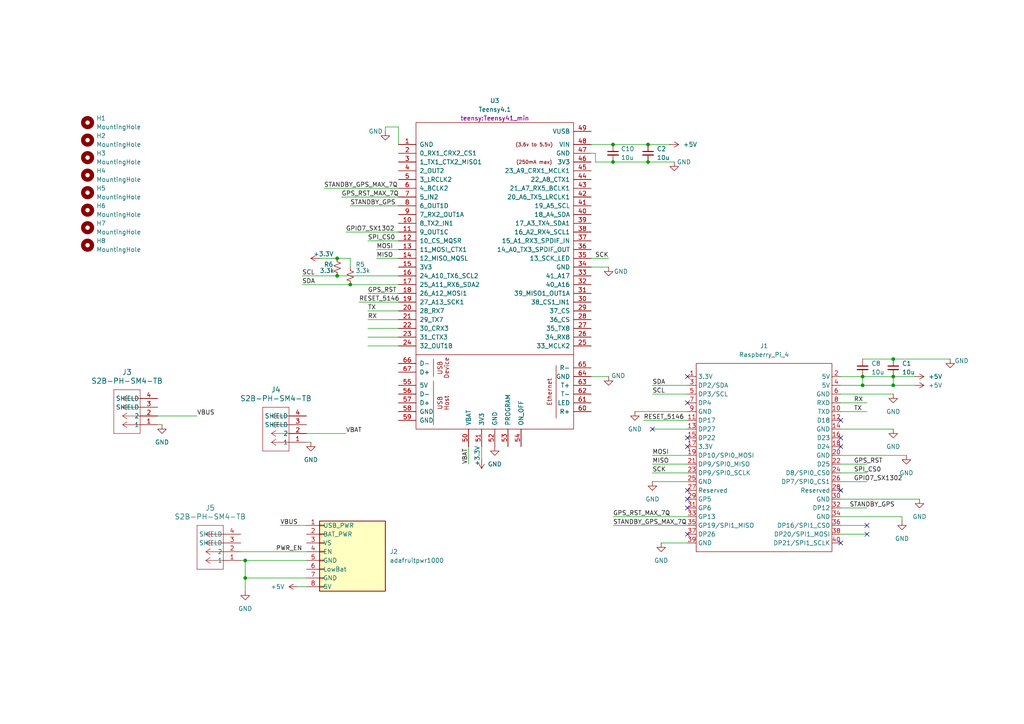
<source format=kicad_sch>
(kicad_sch (version 20250114) (generator "eeschema") (generator_version "9.0")
  (paper "A4")
  (lib_symbols
    (symbol "Device:C_Small" (pin_numbers (hide yes)) (pin_names (offset 0.254) (hide yes))
      (property "Reference" "C" (at 0.254 1.778 0))
      (property "Value" "C_Small" (at 0.254 -2.032 0))
      (symbol "C_Small_0_1"
        (polyline (pts (xy -1.524 0.508) (xy 1.524 0.508)) (stroke (width 0.3048)))
        (polyline (pts (xy -1.524 -0.508) (xy 1.524 -0.508)) (stroke (width 0.3302)))
      )
      (symbol "C_Small_1_1"
        (pin passive line (at 0 2.54 270) (length 2.032) (name "~") (number "1"))
        (pin passive line (at 0 -2.54 90) (length 2.032) (name "~") (number "2"))
      )
    )
    (symbol "Device:R_Small_US" (pin_numbers (hide yes)) (pin_names (offset 0.254) (hide yes))
      (property "Reference" "R" (at 0.762 0.508 0))
      (property "Value" "R_Small_US" (at 0.762 -1.016 0))
      (symbol "R_Small_US_1_1"
        (polyline (pts (xy 0 1.524) (xy 1.016 1.143) (xy 0 0.762) (xy -1.016 0.381) (xy 0 0)))
        (polyline (pts (xy 0 0) (xy 1.016 -0.381) (xy 0 -0.762) (xy -1.016 -1.143) (xy 0 -1.524)))
        (pin passive line (at 0 2.54 270) (length 1.016) (name "~") (number "1"))
        (pin passive line (at 0 -2.54 90) (length 1.016) (name "~") (number "2"))
      )
    )
    (symbol "JST PH 2pin:S2B-PH-SM4-TB" (pin_names (offset 0.254))
      (property "Reference" "J" (at 8.89 6.35 0))
      (property "Value" "S2B-PH-SM4-TB" (at 0 0 0))
      (symbol "S2B-PH-SM4-TB_1_1"
        (polyline (pts (xy 5.08 2.54) (xy 5.08 -10.16)) (stroke (width 0.127)))
        (polyline (pts (xy 5.08 -10.16) (xy 12.7 -10.16)) (stroke (width 0.127)))
        (polyline (pts (xy 10.16 0) (xy 5.08 0)) (stroke (width 0.127)))
        (polyline (pts (xy 10.16 0) (xy 8.89 0.8467)) (stroke (width 0.127)))
        (polyline (pts (xy 10.16 0) (xy 8.89 -0.8467)) (stroke (width 0.127)))
        (polyline (pts (xy 10.16 -2.54) (xy 5.08 -2.54)) (stroke (width 0.127)))
        (polyline (pts (xy 10.16 -2.54) (xy 8.89 -1.6933)) (stroke (width 0.127)))
        (polyline (pts (xy 10.16 -2.54) (xy 8.89 -3.3867)) (stroke (width 0.127)))
        (polyline (pts (xy 10.16 -5.08) (xy 5.08 -5.08)) (stroke (width 0.127)))
        (polyline (pts (xy 10.16 -5.08) (xy 8.89 -4.2333)) (stroke (width 0.127)))
        (polyline (pts (xy 10.16 -5.08) (xy 8.89 -5.9267)) (stroke (width 0.127)))
        (polyline (pts (xy 10.16 -7.62) (xy 5.08 -7.62)) (stroke (width 0.127)))
        (polyline (pts (xy 10.16 -7.62) (xy 8.89 -6.7733)) (stroke (width 0.127)))
        (polyline (pts (xy 10.16 -7.62) (xy 8.89 -8.4667)) (stroke (width 0.127)))
        (polyline (pts (xy 12.7 2.54) (xy 5.08 2.54)) (stroke (width 0.127)))
        (polyline (pts (xy 12.7 -10.16) (xy 12.7 2.54)) (stroke (width 0.127)))
        (pin unspecified line (at 0 0 0) (length 5.08) (name "1") (number "1"))
        (pin unspecified line (at 0 -2.54 0) (length 5.08) (name "2") (number "2"))
        (pin unspecified line (at 0 -5.08 0) (length 5.08) (name "SHIELD") (number "3"))
        (pin unspecified line (at 0 -7.62 0) (length 5.08) (name "SHIELD") (number "4"))
      )
      (symbol "S2B-PH-SM4-TB_1_2"
        (polyline (pts (xy 5.08 2.54) (xy 5.08 -10.16)) (stroke (width 0.127)))
        (polyline (pts (xy 5.08 -10.16) (xy 12.7 -10.16)) (stroke (width 0.127)))
        (polyline (pts (xy 7.62 0) (xy 5.08 0)) (stroke (width 0.127)))
        (polyline (pts (xy 7.62 0) (xy 8.89 0.8467)) (stroke (width 0.127)))
        (polyline (pts (xy 7.62 0) (xy 8.89 -0.8467)) (stroke (width 0.127)))
        (polyline (pts (xy 7.62 -2.54) (xy 5.08 -2.54)) (stroke (width 0.127)))
        (polyline (pts (xy 7.62 -2.54) (xy 8.89 -1.6933)) (stroke (width 0.127)))
        (polyline (pts (xy 7.62 -2.54) (xy 8.89 -3.3867)) (stroke (width 0.127)))
        (polyline (pts (xy 7.62 -5.08) (xy 5.08 -5.08)) (stroke (width 0.127)))
        (polyline (pts (xy 7.62 -5.08) (xy 8.89 -4.2333)) (stroke (width 0.127)))
        (polyline (pts (xy 7.62 -5.08) (xy 8.89 -5.9267)) (stroke (width 0.127)))
        (polyline (pts (xy 7.62 -7.62) (xy 5.08 -7.62)) (stroke (width 0.127)))
        (polyline (pts (xy 7.62 -7.62) (xy 8.89 -6.7733)) (stroke (width 0.127)))
        (polyline (pts (xy 7.62 -7.62) (xy 8.89 -8.4667)) (stroke (width 0.127)))
        (polyline (pts (xy 12.7 2.54) (xy 5.08 2.54)) (stroke (width 0.127)))
        (polyline (pts (xy 12.7 -10.16) (xy 12.7 2.54)) (stroke (width 0.127)))
        (pin unspecified line (at 0 0 0) (length 5.08) (name "1") (number "1"))
        (pin unspecified line (at 0 -2.54 0) (length 5.08) (name "2") (number "2"))
        (pin unspecified line (at 0 -5.08 0) (length 5.08) (name "SHIELD") (number "3"))
        (pin unspecified line (at 0 -7.62 0) (length 5.08) (name "SHIELD") (number "4"))
      )
    )
    (symbol "Mechanical:MountingHole" (pin_names (offset 1.016)) (exclude_from_sim yes) (in_bom no)
      (property "Reference" "H" (at 0 5.08 0))
      (property "Value" "MountingHole" (at 0 3.175 0))
      (symbol "MountingHole_0_1"
        (circle (center 0 0) (radius 1.27) (stroke (width 1.27)))
      )
    )
    (symbol "PI4:Raspberry_Pi_4_headers"
      (property "Reference" "J1" (at 0.635 34.29 0))
      (property "Value" "Raspberry_Pi_4" (at 0.635 31.75 0))
      (symbol "Raspberry_Pi_4_headers_0_1"
        (rectangle (start -19.05 29.21) (end 20.32 -25.4))
      )
      (symbol "Raspberry_Pi_4_headers_1_1"
        (pin power_in line (at -21.59 25.4 0) (length 2.54) (name "3.3V") (number "1"))
        (pin bidirectional line (at -21.59 22.86 0) (length 2.54) (name "DP2/SDA") (number "3"))
        (pin bidirectional line (at -21.59 20.32 0) (length 2.54) (name "DP3/SCL") (number "5"))
        (pin bidirectional line (at -21.59 17.78 0) (length 2.54) (name "DP4") (number "7"))
        (pin power_in line (at -21.59 15.24 0) (length 2.54) (name "GND") (number "9"))
        (pin bidirectional line (at -21.59 12.7 0) (length 2.54) (name "DP17") (number "11"))
        (pin bidirectional line (at -21.59 10.16 0) (length 2.54) (name "DP27") (number "13"))
        (pin bidirectional line (at -21.59 7.62 0) (length 2.54) (name "DP22") (number "15"))
        (pin power_in line (at -21.59 5.08 0) (length 2.54) (name "3.3V") (number "17"))
        (pin bidirectional line (at -21.59 2.54 0) (length 2.54) (name "DP10/SPI0_MOSI") (number "19"))
        (pin bidirectional line (at -21.59 0 0) (length 2.54) (name "DP9/SPI0_MISO") (number "21"))
        (pin bidirectional line (at -21.59 -2.54 0) (length 2.54) (name "DP9/SPI0_SCLK") (number "23"))
        (pin power_in line (at -21.59 -5.08 0) (length 2.54) (name "GND") (number "25"))
        (pin bidirectional line (at -21.59 -7.62 0) (length 2.54) (name "Reserved") (number "27"))
        (pin bidirectional line (at -21.59 -10.16 0) (length 2.54) (name "GP5") (number "29"))
        (pin bidirectional line (at -21.59 -12.7 0) (length 2.54) (name "GP6") (number "31"))
        (pin bidirectional line (at -21.59 -15.24 0) (length 2.54) (name "GP13") (number "33"))
        (pin bidirectional line (at -21.59 -17.78 0) (length 2.54) (name "GP19/SPI1_MISO") (number "35"))
        (pin bidirectional line (at -21.59 -20.32 0) (length 2.54) (name "DP26") (number "37"))
        (pin bidirectional line (at -21.59 -22.86 0) (length 2.54) (name "GND") (number "39"))
        (pin power_in line (at 22.86 25.4 180) (length 2.54) (name "5V") (number "2"))
        (pin power_in line (at 22.86 22.86 180) (length 2.54) (name "5V") (number "4"))
        (pin power_in line (at 22.86 20.32 180) (length 2.54) (name "GND") (number "6"))
        (pin bidirectional line (at 22.86 17.78 180) (length 2.54) (name "RXD") (number "8"))
        (pin bidirectional line (at 22.86 15.24 180) (length 2.54) (name "TXD") (number "10"))
        (pin bidirectional line (at 22.86 12.7 180) (length 2.54) (name "D18") (number "12"))
        (pin power_in line (at 22.86 10.16 180) (length 2.54) (name "GND") (number "14"))
        (pin bidirectional line (at 22.86 7.62 180) (length 2.54) (name "D23") (number "16"))
        (pin bidirectional line (at 22.86 5.08 180) (length 2.54) (name "D24") (number "18"))
        (pin power_in line (at 22.86 2.54 180) (length 2.54) (name "GND") (number "20"))
        (pin bidirectional line (at 22.86 0 180) (length 2.54) (name "D25") (number "22"))
        (pin bidirectional line (at 22.86 -2.54 180) (length 2.54) (name "D8/SPI0_CS0") (number "24"))
        (pin bidirectional line (at 22.86 -5.08 180) (length 2.54) (name "DP7/SPI0_CS1") (number "26"))
        (pin no_connect line (at 22.86 -7.62 180) (length 2.54) (name "Reserved") (number "28"))
        (pin power_in line (at 22.86 -10.16 180) (length 2.54) (name "GND") (number "30"))
        (pin bidirectional line (at 22.86 -12.7 180) (length 2.54) (name "DP12") (number "32"))
        (pin power_in line (at 22.86 -15.24 180) (length 2.54) (name "GND") (number "34"))
        (pin bidirectional line (at 22.86 -17.78 180) (length 2.54) (name "DP16/SPI1_CS0") (number "36"))
        (pin bidirectional line (at 22.86 -20.32 180) (length 2.54) (name "DP20/SPI1_MOSI") (number "38"))
        (pin bidirectional line (at 22.86 -22.86 180) (length 2.54) (name "DP21/SPI1_SCLK") (number "40"))
      )
    )
    (symbol "adafruit_power1000:adafruitpwr1000" (pin_names (offset 1.016))
      (property "Reference" "J" (at 1.27 16.51 0))
      (property "Value" "adafruitpwr1000" (at 0 -12.7 0))
      (symbol "adafruitpwr1000_1_1"
        (rectangle (start 0 15.24) (end 19.05 -5.08) (stroke (width 0.254)) (fill (type background)))
        (rectangle (start 0 14.097) (end 1.27 13.843) (stroke (width 0.1524)))
        (rectangle (start 0 11.557) (end 1.27 11.303) (stroke (width 0.1524)))
        (rectangle (start 0 9.017) (end 1.27 8.763) (stroke (width 0.1524)))
        (rectangle (start 0 6.477) (end 1.27 6.223) (stroke (width 0.1524)))
        (rectangle (start 0 3.937) (end 1.27 3.683) (stroke (width 0.1524)))
        (rectangle (start 0 1.397) (end 1.27 1.143) (stroke (width 0.1524)))
        (rectangle (start 0 -1.143) (end 1.27 -1.397) (stroke (width 0.1524)))
        (rectangle (start 0 -3.683) (end 1.27 -3.937) (stroke (width 0.1524)))
        (text private "USB" (at 3.556 13.97 0) (effects (font (size 1.27 1.27))))
        (text private "BAT" (at 3.556 11.43 0) (effects (font (size 1.27 1.27))))
        (text private "VS" (at 3.556 8.89 0) (effects (font (size 1.27 1.27))))
        (text private "EN" (at 3.556 6.35 0) (effects (font (size 1.27 1.27))))
        (text private "GND" (at 3.556 3.81 0) (effects (font (size 1.27 1.27))))
        (text private "LBO" (at 3.556 1.27 0) (effects (font (size 1.27 1.27))))
        (text private "GND" (at 3.556 -1.27 0) (effects (font (size 1.27 1.27))))
        (text private "5V" (at 3.556 -3.81 0) (effects (font (size 1.27 1.27))))
        (pin power_in line (at -3.81 13.97 0) (length 3.81) (name "USB_PWR") (number "1"))
        (pin power_in line (at -3.81 11.43 0) (length 3.81) (name "BAT_PWR") (number "2"))
        (pin power_out line (at -3.81 8.89 0) (length 3.81) (name "VS") (number "3"))
        (pin bidirectional line (at -3.81 6.35 0) (length 3.81) (name "EN") (number "4"))
        (pin power_in line (at -3.81 3.81 0) (length 3.81) (name "GND") (number "5"))
        (pin output line (at -3.81 1.27 0) (length 3.81) (name "LowBat") (number "6"))
        (pin power_in line (at -3.81 -1.27 0) (length 3.81) (name "GND") (number "7"))
        (pin power_out line (at -3.81 -3.81 0) (length 3.81) (name "5V") (number "8"))
      )
    )
    (symbol "power:+3.3V" (power) (pin_numbers (hide yes)) (pin_names (offset 0) (hide yes))
      (property "Value" "+3.3V" (at 0 3.556 0))
      (symbol "+3.3V_0_1"
        (polyline (pts (xy -0.762 1.27) (xy 0 2.54)))
        (polyline (pts (xy 0 2.54) (xy 0.762 1.27)))
        (polyline (pts (xy 0 0) (xy 0 2.54)))
      )
      (symbol "+3.3V_1_1"
        (pin power_in line (at 0 0 90) (length 0) (name "~") (number "1"))
      )
    )
    (symbol "power:+5V" (power) (pin_numbers (hide yes)) (pin_names (offset 0) (hide yes))
      (property "Value" "+5V" (at 0 3.556 0))
      (symbol "+5V_0_1"
        (polyline (pts (xy -0.762 1.27) (xy 0 2.54)))
        (polyline (pts (xy 0 2.54) (xy 0.762 1.27)))
        (polyline (pts (xy 0 0) (xy 0 2.54)))
      )
      (symbol "+5V_1_1"
        (pin power_in line (at 0 0 90) (length 0) (name "~") (number "1"))
      )
    )
    (symbol "power:GND" (power) (pin_numbers (hide yes)) (pin_names (offset 0) (hide yes))
      (property "Value" "GND" (at 0 -3.81 0))
      (symbol "GND_0_1"
        (polyline (pts (xy 0 0) (xy 0 -1.27) (xy 1.27 -1.27) (xy 0 -2.54) (xy -1.27 -1.27) (xy 0 -1.27)))
      )
      (symbol "GND_1_1"
        (pin power_in line (at 0 0 270) (length 0) (name "~") (number "1"))
      )
    )
    (symbol "receiverBoard:mountinghole4mm" (pin_names (offset 1.016)) (exclude_from_sim yes) (in_bom no)
      (property "Reference" "H5" (at 2.54 1.2701 0))
      (property "Value" "mountinghole4mm" (at 2.54 -1.2699 0))
      (symbol "mountinghole4mm_0_1"
        (circle (center 0 0) (radius 1.27) (stroke (width 1.27)))
      )
    )
    (symbol "teensy:Teensy4.1" (pin_names (offset 1.016))
      (property "Reference" "U" (at 0 64.77 0))
      (property "Value" "Teensy4.1" (at 0 62.23 0))
      (symbol "Teensy4.1_0_0"
        (polyline (pts (xy -22.86 -6.35) (xy 22.86 -6.35)))
        (polyline (pts (xy -17.78 -7.62) (xy -17.78 -12.7)))
        (polyline (pts (xy -17.78 -26.67) (xy -17.78 -13.97)))
        (polyline (pts (xy 17.78 -9.525) (xy 17.78 -24.765)))
        (text "USB" (at -15.875 -10.16 900) (effects (font (size 1.27 1.27))))
        (text "USB" (at -15.875 -20.32 900) (effects (font (size 1.27 1.27))))
        (text "Device" (at -13.97 -10.16 900) (effects (font (size 1.27 1.27))))
        (text "Host" (at -13.97 -20.32 900) (effects (font (size 1.27 1.27))))
        (text "(3.6v to 5.5v)" (at 11.43 54.61 0) (effects (font (size 1.016 1.016))))
        (text "(250mA max)" (at 11.43 49.53 0) (effects (font (size 1.016 1.016))))
        (text "Ethernet" (at 15.875 -17.145 900) (effects (font (size 1.27 1.27))))
        (pin bidirectional line (at -27.94 44.45 0) (length 5.08) (name "3_LRCLK2") (number "5"))
        (pin bidirectional line (at -27.94 41.91 0) (length 5.08) (name "4_BCLK2") (number "6"))
        (pin bidirectional line (at -27.94 39.37 0) (length 5.08) (name "5_IN2") (number "7"))
        (pin bidirectional line (at -27.94 36.83 0) (length 5.08) (name "6_OUT1D") (number "8"))
        (pin bidirectional line (at -27.94 34.29 0) (length 5.08) (name "7_RX2_OUT1A") (number "9"))
        (pin bidirectional line (at -27.94 31.75 0) (length 5.08) (name "8_TX2_IN1") (number "10"))
        (pin bidirectional line (at -27.94 29.21 0) (length 5.08) (name "9_OUT1C") (number "11"))
        (pin bidirectional line (at -27.94 26.67 0) (length 5.08) (name "10_CS_MQSR") (number "12"))
        (pin bidirectional line (at -27.94 24.13 0) (length 5.08) (name "11_MOSI_CTX1") (number "13"))
        (pin bidirectional line (at -27.94 21.59 0) (length 5.08) (name "12_MISO_MQSL") (number "14"))
        (pin power_in line (at -27.94 19.05 0) (length 5.08) (name "3V3") (number "15"))
        (pin bidirectional line (at -27.94 16.51 0) (length 5.08) (name "24_A10_TX6_SCL2") (number "16"))
        (pin bidirectional line (at -27.94 13.97 0) (length 5.08) (name "25_A11_RX6_SDA2") (number "17"))
        (pin bidirectional line (at -27.94 11.43 0) (length 5.08) (name "26_A12_MOSI1") (number "18"))
        (pin bidirectional line (at -27.94 8.89 0) (length 5.08) (name "27_A13_SCK1") (number "19"))
        (pin bidirectional line (at -27.94 6.35 0) (length 5.08) (name "28_RX7") (number "20"))
        (pin bidirectional line (at -27.94 3.81 0) (length 5.08) (name "29_TX7") (number "21"))
        (pin bidirectional line (at -27.94 1.27 0) (length 5.08) (name "30_CRX3") (number "22"))
        (pin bidirectional line (at -27.94 -1.27 0) (length 5.08) (name "31_CTX3") (number "23"))
        (pin bidirectional line (at -27.94 -3.81 0) (length 5.08) (name "32_OUT1B") (number "24"))
        (pin bidirectional line (at -27.94 -8.89 0) (length 5.08) (name "D-") (number "66"))
        (pin bidirectional line (at -27.94 -11.43 0) (length 5.08) (name "D+") (number "67"))
        (pin power_out line (at -27.94 -15.24 0) (length 5.08) (name "5V") (number "55"))
        (pin bidirectional line (at -27.94 -17.78 0) (length 5.08) (name "D-") (number "56"))
        (pin bidirectional line (at -27.94 -20.32 0) (length 5.08) (name "D+") (number "57"))
        (pin power_in line (at -27.94 -22.86 0) (length 5.08) (name "GND") (number "58"))
        (pin power_in line (at -27.94 -25.4 0) (length 5.08) (name "GND") (number "59"))
        (pin power_in line (at -7.62 -33.02 90) (length 5.08) (name "VBAT") (number "50"))
        (pin power_in line (at -3.81 -33.02 90) (length 5.08) (name "3V3") (number "51"))
        (pin input line (at 0 -33.02 90) (length 5.08) (name "GND") (number "52"))
        (pin input line (at 3.81 -33.02 90) (length 5.08) (name "PROGRAM") (number "53"))
        (pin input line (at 7.62 -33.02 90) (length 5.08) (name "ON_OFF") (number "54"))
        (pin power_out line (at 27.94 58.42 180) (length 5.08) (name "VUSB") (number "49"))
        (pin power_in line (at 27.94 54.61 180) (length 5.08) (name "VIN") (number "48"))
        (pin output line (at 27.94 52.07 180) (length 5.08) (name "GND") (number "47"))
        (pin output line (at 27.94 49.53 180) (length 5.08) (name "3V3") (number "46"))
        (pin bidirectional line (at 27.94 46.99 180) (length 5.08) (name "23_A9_CRX1_MCLK1") (number "45"))
        (pin bidirectional line (at 27.94 44.45 180) (length 5.08) (name "22_A8_CTX1") (number "44"))
        (pin bidirectional line (at 27.94 41.91 180) (length 5.08) (name "21_A7_RX5_BCLK1") (number "43"))
        (pin bidirectional line (at 27.94 39.37 180) (length 5.08) (name "20_A6_TX5_LRCLK1") (number "42"))
        (pin bidirectional line (at 27.94 36.83 180) (length 5.08) (name "19_A5_SCL") (number "41"))
        (pin bidirectional line (at 27.94 34.29 180) (length 5.08) (name "18_A4_SDA") (number "40"))
        (pin bidirectional line (at 27.94 31.75 180) (length 5.08) (name "17_A3_TX4_SDA1") (number "39"))
        (pin bidirectional line (at 27.94 29.21 180) (length 5.08) (name "16_A2_RX4_SCL1") (number "38"))
        (pin bidirectional line (at 27.94 26.67 180) (length 5.08) (name "15_A1_RX3_SPDIF_IN") (number "37"))
        (pin bidirectional line (at 27.94 24.13 180) (length 5.08) (name "14_A0_TX3_SPDIF_OUT") (number "36"))
        (pin bidirectional line (at 27.94 21.59 180) (length 5.08) (name "13_SCK_LED") (number "35"))
        (pin bidirectional line (at 27.94 16.51 180) (length 5.08) (name "41_A17") (number "33"))
        (pin bidirectional line (at 27.94 13.97 180) (length 5.08) (name "40_A16") (number "32"))
        (pin bidirectional line (at 27.94 11.43 180) (length 5.08) (name "39_MISO1_OUT1A") (number "31"))
        (pin bidirectional line (at 27.94 8.89 180) (length 5.08) (name "38_CS1_IN1") (number "30"))
        (pin bidirectional line (at 27.94 6.35 180) (length 5.08) (name "37_CS") (number "29"))
        (pin bidirectional line (at 27.94 3.81 180) (length 5.08) (name "36_CS") (number "28"))
        (pin bidirectional line (at 27.94 1.27 180) (length 5.08) (name "35_TX8") (number "27"))
        (pin bidirectional line (at 27.94 -1.27 180) (length 5.08) (name "34_RX8") (number "26"))
        (pin bidirectional line (at 27.94 -3.81 180) (length 5.08) (name "33_MCLK2") (number "25"))
        (pin bidirectional line (at 27.94 -10.16 180) (length 5.08) (name "R-") (number "65"))
        (pin power_in line (at 27.94 -12.7 180) (length 5.08) (name "GND") (number "64"))
        (pin bidirectional line (at 27.94 -15.24 180) (length 5.08) (name "T+") (number "63"))
        (pin bidirectional line (at 27.94 -17.78 180) (length 5.08) (name "T-") (number "62"))
        (pin bidirectional line (at 27.94 -20.32 180) (length 5.08) (name "LED") (number "61"))
        (pin bidirectional line (at 27.94 -22.86 180) (length 5.08) (name "R+") (number "60"))
      )
      (symbol "Teensy4.1_0_1"
        (rectangle (start -22.86 60.96) (end 22.86 -27.94))
        (rectangle (start -20.32 -1.27) (end -20.32 -1.27))
      )
      (symbol "Teensy4.1_1_1"
        (pin power_in line (at -27.94 54.61 0) (length 5.08) (name "GND") (number "1"))
        (pin bidirectional line (at -27.94 52.07 0) (length 5.08) (name "0_RX1_CRX2_CS1") (number "2"))
        (pin bidirectional line (at -27.94 49.53 0) (length 5.08) (name "1_TX1_CTX2_MISO1") (number "3"))
        (pin bidirectional line (at -27.94 46.99 0) (length 5.08) (name "2_OUT2") (number "4"))
        (pin power_in line (at 27.94 19.05 180) (length 5.08) (name "GND") (number "34"))
      )
    )
  )
  (junction (at 250.19 109.22))
  (junction (at 97.79 80.01))
  (junction (at 187.96 41.91))
  (junction (at 177.8 46.99))
  (junction (at 101.6 82.55))
  (junction (at 97.79 74.93))
  (junction (at 259.08 104.14))
  (junction (at 71.12 167.64))
  (junction (at 259.08 111.76))
  (junction (at 71.12 162.56))
  (junction (at 250.19 111.76))
  (junction (at 187.96 46.99))
  (junction (at 177.8 41.91))
  (junction (at 259.08 109.22))
  (no_connect (at 199.39 109.22))
  (no_connect (at 199.39 142.24))
  (no_connect (at 199.39 116.84))
  (no_connect (at 199.39 127))
  (no_connect (at 243.84 142.24))
  (no_connect (at 199.39 154.94))
  (no_connect (at 189.23 124.46))
  (no_connect (at 251.46 152.4))
  (no_connect (at 251.46 154.94))
  (no_connect (at 199.39 129.54))
  (no_connect (at 243.84 129.54))
  (no_connect (at 199.39 144.78))
  (no_connect (at 243.84 157.48))
  (no_connect (at 199.39 147.32))
  (no_connect (at 243.84 121.92))
  (no_connect (at 243.84 127))
  (wire (pts (xy 171.45 41.91) (xy 177.8 41.91)))
  (wire (pts (xy 101.6 59.69) (xy 115.57 59.69)))
  (wire (pts (xy 87.63 82.55) (xy 101.6 82.55)))
  (wire (pts (xy 243.84 152.4) (xy 251.46 152.4)))
  (wire (pts (xy 81.28 152.4) (xy 88.9 152.4)))
  (wire (pts (xy 111.76 36.83) (xy 115.57 36.83)))
  (wire (pts (xy 176.53 74.93) (xy 171.45 74.93)))
  (wire (pts (xy 189.23 137.16) (xy 199.39 137.16)))
  (wire (pts (xy 250.19 109.22) (xy 250.19 111.76)))
  (wire (pts (xy 176.53 109.22) (xy 171.45 109.22)))
  (wire (pts (xy 243.84 132.08) (xy 262.89 132.08)))
  (wire (pts (xy 172.72 46.99) (xy 172.72 44.45)))
  (wire (pts (xy 177.8 41.91) (xy 187.96 41.91)))
  (wire (pts (xy 243.84 137.16) (xy 251.46 137.16)))
  (wire (pts (xy 189.23 139.7) (xy 199.39 139.7)))
  (wire (pts (xy 189.23 111.76) (xy 199.39 111.76)))
  (wire (pts (xy 45.72 120.65) (xy 57.15 120.65)))
  (wire (pts (xy 109.22 72.39) (xy 115.57 72.39)))
  (wire (pts (xy 243.84 124.46) (xy 259.08 124.46)))
  (wire (pts (xy 250.19 109.22) (xy 259.08 109.22)))
  (wire (pts (xy 106.68 92.71) (xy 115.57 92.71)))
  (wire (pts (xy 243.84 154.94) (xy 251.46 154.94)))
  (wire (pts (xy 97.79 80.01) (xy 115.57 80.01)))
  (wire (pts (xy 45.72 123.19) (xy 46.99 123.19)))
  (wire (pts (xy 243.84 114.3) (xy 259.08 114.3)))
  (wire (pts (xy 243.84 111.76) (xy 250.19 111.76)))
  (wire (pts (xy 189.23 124.46) (xy 199.39 124.46)))
  (wire (pts (xy 177.8 152.4) (xy 199.39 152.4)))
  (wire (pts (xy 187.96 46.99) (xy 195.58 46.99)))
  (wire (pts (xy 99.06 57.15) (xy 115.57 57.15)))
  (wire (pts (xy 93.98 54.61) (xy 115.57 54.61)))
  (wire (pts (xy 177.8 46.99) (xy 187.96 46.99)))
  (wire (pts (xy 87.63 80.01) (xy 97.79 80.01)))
  (wire (pts (xy 106.68 97.79) (xy 115.57 97.79)))
  (wire (pts (xy 261.62 149.86) (xy 243.84 149.86)))
  (wire (pts (xy 88.9 167.64) (xy 71.12 167.64)))
  (wire (pts (xy 259.08 109.22) (xy 259.08 111.76)))
  (wire (pts (xy 71.12 167.64) (xy 71.12 171.45)))
  (wire (pts (xy 187.96 41.91) (xy 194.31 41.91)))
  (wire (pts (xy 189.23 134.62) (xy 199.39 134.62)))
  (wire (pts (xy 243.84 134.62) (xy 251.46 134.62)))
  (wire (pts (xy 111.76 38.1) (xy 111.76 36.83)))
  (wire (pts (xy 243.84 147.32) (xy 251.46 147.32)))
  (wire (pts (xy 172.72 46.99) (xy 177.8 46.99)))
  (wire (pts (xy 69.85 162.56) (xy 71.12 162.56)))
  (wire (pts (xy 88.9 125.73) (xy 100.33 125.73)))
  (wire (pts (xy 104.14 87.63) (xy 115.57 87.63)))
  (wire (pts (xy 243.84 109.22) (xy 250.19 109.22)))
  (wire (pts (xy 92.71 74.93) (xy 97.79 74.93)))
  (wire (pts (xy 115.57 36.83) (xy 115.57 41.91)))
  (wire (pts (xy 259.08 104.14) (xy 275.59 104.14)))
  (wire (pts (xy 176.53 77.47) (xy 171.45 77.47)))
  (wire (pts (xy 97.79 74.93) (xy 101.6 74.93)))
  (wire (pts (xy 250.19 111.76) (xy 259.08 111.76)))
  (wire (pts (xy 186.69 121.92) (xy 199.39 121.92)))
  (wire (pts (xy 250.19 104.14) (xy 259.08 104.14)))
  (wire (pts (xy 106.68 95.25) (xy 115.57 95.25)))
  (wire (pts (xy 86.36 170.18) (xy 88.9 170.18)))
  (wire (pts (xy 191.77 157.48) (xy 199.39 157.48)))
  (wire (pts (xy 243.84 116.84) (xy 251.46 116.84)))
  (wire (pts (xy 189.23 132.08) (xy 199.39 132.08)))
  (wire (pts (xy 243.84 119.38) (xy 251.46 119.38)))
  (wire (pts (xy 106.68 90.17) (xy 115.57 90.17)))
  (wire (pts (xy 135.89 129.54) (xy 135.89 134.62)))
  (wire (pts (xy 100.33 67.31) (xy 115.57 67.31)))
  (wire (pts (xy 243.84 144.78) (xy 266.7 144.78)))
  (wire (pts (xy 101.6 74.93) (xy 101.6 77.47)))
  (wire (pts (xy 106.68 100.33) (xy 115.57 100.33)))
  (wire (pts (xy 106.68 69.85) (xy 115.57 69.85)))
  (wire (pts (xy 259.08 109.22) (xy 265.43 109.22)))
  (wire (pts (xy 184.15 119.38) (xy 199.39 119.38)))
  (wire (pts (xy 109.22 74.93) (xy 115.57 74.93)))
  (wire (pts (xy 177.8 149.86) (xy 199.39 149.86)))
  (wire (pts (xy 101.6 82.55) (xy 115.57 82.55)))
  (wire (pts (xy 71.12 162.56) (xy 71.12 167.64)))
  (wire (pts (xy 172.72 44.45) (xy 171.45 44.45)))
  (wire (pts (xy 189.23 114.3) (xy 199.39 114.3)))
  (wire (pts (xy 243.84 139.7) (xy 251.46 139.7)))
  (wire (pts (xy 259.08 111.76) (xy 265.43 111.76)))
  (wire (pts (xy 261.62 151.13) (xy 261.62 149.86)))
  (wire (pts (xy 88.9 128.27) (xy 90.17 128.27)))
  (wire (pts (xy 139.7 133.35) (xy 139.7 129.54)))
  (wire (pts (xy 69.85 160.02) (xy 88.9 160.02)))
  (wire (pts (xy 106.68 85.09) (xy 115.57 85.09)))
  (wire (pts (xy 88.9 162.56) (xy 71.12 162.56)))
  (label "SDA" (at 189.23 111.76 0))
  (label "GPIO7_SX1302" (at 100.33 67.31 0))
  (label "GPS_RST_MAX_7Q" (at 99.06 57.15 0))
  (label "MISO" (at 109.22 74.93 0))
  (label "STANDBY_GPS_MAX_7Q" (at 177.8 152.4 0))
  (label "MISO" (at 189.23 134.62 0))
  (label "STANDBY_GPS" (at 101.6 59.69 0))
  (label "MOSI" (at 189.23 132.08 0))
  (label "SDA" (at 87.63 82.55 0))
  (label "VBAT" (at 135.89 134.62 90))
  (label "SPI_CS0" (at 106.68 69.85 0))
  (label "RESET_5146" (at 186.69 121.92 0))
  (label "RX" (at 106.68 92.71 0))
  (label "TX" (at 106.68 90.17 0))
  (label "STANDBY_GPS_MAX_7Q" (at 93.98 54.61 0))
  (label "VBUS" (at 81.28 152.4 0))
  (label "SCL" (at 87.63 80.01 0))
  (label "RESET_5146" (at 104.14 87.63 0))
  (label "SCK" (at 189.23 137.16 0))
  (label "SCL" (at 189.23 114.3 0))
  (label "VBUS" (at 57.15 120.65 0))
  (label "GPS_RST_MAX_7Q" (at 177.8 149.86 0))
  (label "STANDBY_GPS" (at 246.38 147.32 0))
  (label "SPI_CS0" (at 247.65 137.16 0))
  (label "MOSI" (at 109.22 72.39 0))
  (label "GPS_RST" (at 106.68 85.09 0))
  (label "GPS_RST" (at 247.65 134.62 0))
  (label "RX" (at 247.65 116.84 0))
  (label "GPIO7_SX1302" (at 247.65 139.7 0))
  (label "VBAT" (at 100.33 125.73 0))
  (label "SCK" (at 176.53 74.93 180))
  (label "PWR_EN" (at 80.01 160.02 0))
  (label "TX" (at 247.65 119.38 0))
  (symbol (lib_id "power:+3.3V") (at 139.7 133.35 180) (unit 1)
    (property "Reference" "#PWR15" (effects (hide yes)))
    (property "Value" "+3.3V" (at 138.43 129.286 90) (effects (justify left)))
    (property "Description" "Power symbol creates a global label with name \"+3.3V\"" (effects (hide yes)))
  )
  (symbol (lib_id "Device:R_Small_US") (at 97.79 77.47 0) (unit 1)
    (property "Reference" "R6" (at 93.98 76.708 0) (effects (justify left)))
    (property "Value" "3.3k" (at 92.71 78.486 0) (effects (justify left)))
    (property "Footprint" "Resistor_SMD:R_1206_3216Metric_Pad1.30x1.75mm_HandSolder" (effects (hide yes)))
    (property "Datasheet" "RC1206JR-073K3L" (effects (hide yes)))
    (property "Description" "Resistor, small US symbol" (effects (hide yes)))
  )
  (symbol (lib_id "PI4:Raspberry_Pi_4_headers") (at 220.98 134.62 0) (unit 1)
    (property "Reference" "J1" (at 221.615 100.33 0))
    (property "Value" "Raspberry_Pi_4" (at 221.615 102.87 0))
    (property "Footprint" "Connector_PinHeader_2.54mm:PinHeader_2x20_P2.54mm_Vertical" (effects (hide yes)))
    (property "Description" "expansion header for Raspberry Pi 4" (effects (hide yes)))
  )
  (symbol (lib_id "power:GND") (at 189.23 139.7 0) (unit 1)
    (property "Reference" "#PWR05" (effects (hide yes)))
    (property "Value" "GND" (at 189.23 144.78 0))
    (property "Description" "Power symbol creates a global label with name \"GND\" , ground" (effects (hide yes)))
  )
  (symbol (lib_id "adafruit_power1000:adafruitpwr1000") (at 92.71 166.37 0) (unit 1)
    (property "Reference" "J2" (at 113.03 160.0199 0) (effects (justify left)))
    (property "Value" "adafruitpwr1000" (at 113.03 162.5599 0) (effects (justify left)))
    (property "Footprint" "adafruit:adafruit powerboost 1000" (effects (hide yes)))
  )
  (symbol (lib_id "Device:R_Small_US") (at 101.6 80.01 0) (unit 1)
    (property "Reference" "R5" (at 103.124 76.708 0) (effects (justify left)))
    (property "Value" "3.3k" (at 103.124 78.486 0) (effects (justify left)))
    (property "Footprint" "Resistor_SMD:R_1206_3216Metric_Pad1.30x1.75mm_HandSolder" (effects (hide yes)))
    (property "Datasheet" "RC1206JR-073K3L" (effects (hide yes)))
    (property "Description" "Resistor, small US symbol" (effects (hide yes)))
  )
  (symbol (lib_id "power:+5V") (at 265.43 111.76 270) (unit 1)
    (property "Reference" "#PWR011" (effects (hide yes)))
    (property "Value" "+5V" (at 269.24 111.7599 90) (effects (justify left)))
    (property "Description" "Power symbol creates a global label with name \"+5V\"" (effects (hide yes)))
  )
  (symbol (lib_id "power:GND") (at 176.53 77.47 0) (unit 1)
    (property "Reference" "#PWR27" (effects (hide yes)))
    (property "Value" "GND" (at 180.086 78.74 0))
    (property "Description" "Power symbol creates a global label with name \"GND\" , ground" (effects (hide yes)))
  )
  (symbol (lib_id "power:+5V") (at 265.43 109.22 270) (unit 1)
    (property "Reference" "#PWR012" (effects (hide yes)))
    (property "Value" "+5V" (at 269.24 109.2199 90) (effects (justify left)))
    (property "Description" "Power symbol creates a global label with name \"+5V\"" (effects (hide yes)))
  )
  (symbol (lib_id "Device:C_Small") (at 259.08 106.68 0) (unit 1)
    (property "Reference" "C1" (at 261.62 105.4162 0) (effects (justify left)))
    (property "Value" "10u" (at 261.62 107.9562 0) (effects (justify left)))
    (property "Footprint" "Capacitor_SMD:C_1206_3216Metric_Pad1.33x1.80mm_HandSolder" (effects (hide yes)))
    (property "Datasheet" "C3216X7R1C106K160AC" (effects (hide yes)))
    (property "Description" "Unpolarized capacitor, small symbol" (effects (hide yes)))
  )
  (symbol (lib_id "power:+5V") (at 86.36 170.18 90) (unit 1)
    (property "Reference" "#PWR01" (effects (hide yes)))
    (property "Value" "+5V" (at 82.55 170.1801 90) (effects (justify left)))
    (property "Description" "Power symbol creates a global label with name \"+5V\"" (effects (hide yes)))
  )
  (symbol (lib_id "JST PH 2pin:S2B-PH-SM4-TB") (at 69.85 162.56 180) (unit 1)
    (property "Reference" "J5" (at 60.96 147.32 0) (effects (font (size 1.524 1.524))))
    (property "Value" "S2B-PH-SM4-TB" (at 60.96 149.86 0) (effects (font (size 1.524 1.524))))
    (property "Footprint" "JST2pin:CONN_S2B-PH-SM4-TB_JST_mod2" (effects (hide yes)))
    (property "Datasheet" "S2B-PH-SM4-TB(LF)(SN)" (effects (hide yes)))
  )
  (symbol (lib_id "power:+3.3V") (at 92.71 74.93 90) (unit 1)
    (property "Reference" "#PWR25" (effects (hide yes)))
    (property "Value" "+3.3V" (at 96.774 73.66 90) (effects (justify left)))
    (property "Description" "Power symbol creates a global label with name \"+3.3V\"" (effects (hide yes)))
  )
  (symbol (lib_id "power:+5V") (at 194.31 41.91 270) (unit 1)
    (property "Reference" "#PWR14" (effects (hide yes)))
    (property "Value" "+5V" (at 198.12 41.9099 90) (effects (justify left)))
    (property "Description" "Power symbol creates a global label with name \"+5V\"" (effects (hide yes)))
  )
  (symbol (lib_id "power:GND") (at 184.15 119.38 0) (unit 1)
    (property "Reference" "#PWR04" (effects (hide yes)))
    (property "Value" "GND" (at 184.15 124.46 0))
    (property "Description" "Power symbol creates a global label with name \"GND\" , ground" (effects (hide yes)))
  )
  (symbol (lib_id "power:GND") (at 71.12 171.45 0) (unit 1)
    (property "Reference" "#PWR02" (effects (hide yes)))
    (property "Value" "GND" (at 71.12 176.53 0))
    (property "Description" "Power symbol creates a global label with name \"GND\" , ground" (effects (hide yes)))
  )
  (symbol (lib_id "power:GND") (at 143.51 129.54 0) (unit 1)
    (property "Reference" "#PWR26" (effects (hide yes)))
    (property "Value" "GND" (at 143.51 134.62 0))
    (property "Description" "Power symbol creates a global label with name \"GND\" , ground" (effects (hide yes)))
  )
  (symbol (lib_id "teensy:Teensy4.1") (at 143.51 96.52 0) (unit 1)
    (property "Reference" "U3" (at 143.51 29.21 0))
    (property "Value" "Teensy4.1" (at 143.51 31.75 0))
    (property "Footprint" "teensy:Teensy41_min" (at 143.51 34.29 0))
  )
  (symbol (lib_id "power:GND") (at 275.59 104.14 0) (unit 1)
    (property "Reference" "#PWR30" (effects (hide yes)))
    (property "Value" "GND" (at 278.892 104.648 0))
    (property "Description" "Power symbol creates a global label with name \"GND\" , ground" (effects (hide yes)))
  )
  (symbol (lib_id "power:GND") (at 90.17 128.27 0) (unit 1)
    (property "Reference" "#PWR29" (effects (hide yes)))
    (property "Value" "GND" (at 90.17 133.35 0))
    (property "Description" "Power symbol creates a global label with name \"GND\" , ground" (effects (hide yes)))
  )
  (symbol (lib_id "Mechanical:MountingHole") (at 25.4 45.72 0) (unit 1) (exclude_from_sim yes) (in_bom no)
    (property "Reference" "H3" (at 27.94 44.4499 0) (effects (justify left)))
    (property "Value" "MountingHole" (at 27.94 46.9899 0) (effects (justify left)))
    (property "Footprint" "receiverBoard:mountinghole3mm" (effects (hide yes)))
    (property "Description" "Mounting Hole without connection" (effects (hide yes)))
  )
  (symbol (lib_id "Device:C_Small") (at 187.96 44.45 0) (unit 1)
    (property "Reference" "C2" (at 190.5 43.1862 0) (effects (justify left)))
    (property "Value" "10u" (at 190.5 45.7262 0) (effects (justify left)))
    (property "Footprint" "Capacitor_SMD:C_1206_3216Metric_Pad1.33x1.80mm_HandSolder" (effects (hide yes)))
    (property "Datasheet" "C3216X7R1C106K160AC" (effects (hide yes)))
    (property "Description" "Unpolarized capacitor, small symbol" (effects (hide yes)))
  )
  (symbol (lib_id "Mechanical:MountingHole") (at 25.4 50.8 0) (unit 1) (exclude_from_sim yes) (in_bom no)
    (property "Reference" "H4" (at 27.94 49.5299 0) (effects (justify left)))
    (property "Value" "MountingHole" (at 27.94 52.0699 0) (effects (justify left)))
    (property "Footprint" "receiverBoard:mountinghole3mm" (effects (hide yes)))
    (property "Description" "Mounting Hole without connection" (effects (hide yes)))
  )
  (symbol (lib_id "power:GND") (at 195.58 46.99 0) (unit 1)
    (property "Reference" "#PWR17" (effects (hide yes)))
    (property "Value" "GND" (at 198.374 46.99 0))
    (property "Description" "Power symbol creates a global label with name \"GND\" , ground" (effects (hide yes)))
  )
  (symbol (lib_id "receiverBoard:mountinghole4mm") (at 25.4 55.88 0) (unit 1) (exclude_from_sim yes) (in_bom no)
    (property "Reference" "H5" (at 27.94 54.6099 0) (effects (justify left)))
    (property "Value" "MountingHole" (at 27.94 57.1499 0) (effects (justify left)))
    (property "Footprint" "TF:MountingHole_4mm_t4" (effects (hide yes)))
    (property "Description" "Mounting Hole without connection" (effects (hide yes)))
  )
  (symbol (lib_id "power:GND") (at 266.7 144.78 0) (unit 1)
    (property "Reference" "#PWR07" (effects (hide yes)))
    (property "Value" "GND" (at 266.7 149.86 0))
    (property "Description" "Power symbol creates a global label with name \"GND\" , ground" (effects (hide yes)))
  )
  (symbol (lib_id "power:GND") (at 191.77 157.48 0) (unit 1)
    (property "Reference" "#PWR013" (effects (hide yes)))
    (property "Value" "GND" (at 191.77 162.56 0))
    (property "Description" "Power symbol creates a global label with name \"GND\" , ground" (effects (hide yes)))
  )
  (symbol (lib_id "power:GND") (at 176.53 109.22 0) (unit 1)
    (property "Reference" "#PWR28" (effects (hide yes)))
    (property "Value" "GND" (at 179.324 108.966 0))
    (property "Description" "Power symbol creates a global label with name \"GND\" , ground" (effects (hide yes)))
  )
  (symbol (lib_id "Device:C_Small") (at 177.8 44.45 0) (unit 1)
    (property "Reference" "C10" (at 180.086 43.18 0) (effects (justify left)))
    (property "Value" "10u" (at 180.086 45.72 0) (effects (justify left)))
    (property "Footprint" "Capacitor_SMD:C_1206_3216Metric_Pad1.33x1.80mm_HandSolder" (effects (hide yes)))
    (property "Datasheet" "C3216X7R1C106K160AC" (effects (hide yes)))
    (property "Description" "Unpolarized capacitor, small symbol" (effects (hide yes)))
  )
  (symbol (lib_id "Mechanical:MountingHole") (at 25.4 35.56 0) (unit 1) (exclude_from_sim yes) (in_bom no)
    (property "Reference" "H1" (at 27.94 34.2899 0) (effects (justify left)))
    (property "Value" "MountingHole" (at 27.94 36.8299 0) (effects (justify left)))
    (property "Footprint" "receiverBoard:mountinghole3mm" (effects (hide yes)))
    (property "Description" "Mounting Hole without connection" (effects (hide yes)))
  )
  (symbol (lib_id "power:GND") (at 259.08 114.3 0) (unit 1)
    (property "Reference" "#PWR010" (effects (hide yes)))
    (property "Value" "GND" (at 259.08 119.38 0))
    (property "Description" "Power symbol creates a global label with name \"GND\" , ground" (effects (hide yes)))
  )
  (symbol (lib_id "power:GND") (at 261.62 151.13 0) (unit 1)
    (property "Reference" "#PWR06" (effects (hide yes)))
    (property "Value" "GND" (at 261.62 156.21 0))
    (property "Description" "Power symbol creates a global label with name \"GND\" , ground" (effects (hide yes)))
  )
  (symbol (lib_id "Mechanical:MountingHole") (at 25.4 66.04 0) (unit 1) (exclude_from_sim yes) (in_bom no)
    (property "Reference" "H7" (at 27.94 64.7699 0) (effects (justify left)))
    (property "Value" "MountingHole" (at 27.94 67.3099 0) (effects (justify left)))
    (property "Footprint" "receiverBoard:mountinghole4mm" (effects (hide yes)))
    (property "Description" "Mounting Hole without connection" (effects (hide yes)))
  )
  (symbol (lib_id "Mechanical:MountingHole") (at 25.4 60.96 0) (unit 1) (exclude_from_sim yes) (in_bom no)
    (property "Reference" "H6" (at 27.94 59.6899 0) (effects (justify left)))
    (property "Value" "MountingHole" (at 27.94 62.2299 0) (effects (justify left)))
    (property "Footprint" "receiverBoard:mountinghole4mm" (effects (hide yes)))
    (property "Description" "Mounting Hole without connection" (effects (hide yes)))
  )
  (symbol (lib_id "Mechanical:MountingHole") (at 25.4 71.12 0) (unit 1) (exclude_from_sim yes) (in_bom no)
    (property "Reference" "H8" (at 27.94 69.8499 0) (effects (justify left)))
    (property "Value" "MountingHole" (at 27.94 72.3899 0) (effects (justify left)))
    (property "Footprint" "receiverBoard:mountinghole4mm" (effects (hide yes)))
    (property "Description" "Mounting Hole without connection" (effects (hide yes)))
  )
  (symbol (lib_id "JST PH 2pin:S2B-PH-SM4-TB") (at 88.9 128.27 180) (unit 1)
    (property "Reference" "J4" (at 80.01 113.03 0) (effects (font (size 1.524 1.524))))
    (property "Value" "S2B-PH-SM4-TB" (at 80.01 115.57 0) (effects (font (size 1.524 1.524))))
    (property "Footprint" "JST2pin:CONN_S2B-PH-SM4-TB_JST_mod2" (effects (hide yes)))
    (property "Datasheet" "S2B-PH-SM4-TB(LF)(SN)" (effects (hide yes)))
  )
  (symbol (lib_id "power:GND") (at 262.89 132.08 0) (unit 1)
    (property "Reference" "#PWR08" (effects (hide yes)))
    (property "Value" "GND" (at 262.89 137.16 0))
    (property "Description" "Power symbol creates a global label with name \"GND\" , ground" (effects (hide yes)))
  )
  (symbol (lib_id "JST PH 2pin:S2B-PH-SM4-TB") (at 45.72 123.19 180) (unit 1)
    (property "Reference" "J3" (at 36.83 107.95 0) (effects (font (size 1.524 1.524))))
    (property "Value" "S2B-PH-SM4-TB" (at 36.83 110.49 0) (effects (font (size 1.524 1.524))))
    (property "Footprint" "JST2pin:CONN_S2B-PH-SM4-TB_JST_mod2" (effects (hide yes)))
    (property "Datasheet" "S2B-PH-SM4-TB(LF)(SN)" (effects (hide yes)))
  )
  (symbol (lib_id "power:GND") (at 259.08 124.46 0) (unit 1)
    (property "Reference" "#PWR09" (effects (hide yes)))
    (property "Value" "GND" (at 259.08 129.54 0))
    (property "Description" "Power symbol creates a global label with name \"GND\" , ground" (effects (hide yes)))
  )
  (symbol (lib_id "Mechanical:MountingHole") (at 25.4 40.64 0) (unit 1) (exclude_from_sim yes) (in_bom no)
    (property "Reference" "H2" (at 27.94 39.3699 0) (effects (justify left)))
    (property "Value" "MountingHole" (at 27.94 41.9099 0) (effects (justify left)))
    (property "Footprint" "receiverBoard:mountinghole3mm" (effects (hide yes)))
    (property "Description" "Mounting Hole without connection" (effects (hide yes)))
  )
  (symbol (lib_id "Device:C_Small") (at 250.19 106.68 0) (unit 1)
    (property "Reference" "C8" (at 252.73 105.4162 0) (effects (justify left)))
    (property "Value" "10u" (at 252.73 107.9562 0) (effects (justify left)))
    (property "Footprint" "Capacitor_SMD:C_1206_3216Metric_Pad1.33x1.80mm_HandSolder" (effects (hide yes)))
    (property "Datasheet" "C3216X7R1C106K160AC" (effects (hide yes)))
    (property "Description" "Unpolarized capacitor, small symbol" (effects (hide yes)))
  )
  (symbol (lib_id "power:GND") (at 46.99 123.19 0) (unit 1)
    (property "Reference" "#PWR03" (effects (hide yes)))
    (property "Value" "GND" (at 46.99 128.27 0))
    (property "Description" "Power symbol creates a global label with name \"GND\" , ground" (effects (hide yes)))
  )
  (symbol (lib_id "power:GND") (at 111.76 38.1 0) (unit 1)
    (property "Reference" "#PWR16" (effects (hide yes)))
    (property "Value" "GND" (at 110.998 38.1 0) (effects (justify right)))
    (property "Description" "Power symbol creates a global label with name \"GND\" , ground" (effects (hide yes)))
  )
)
</source>
